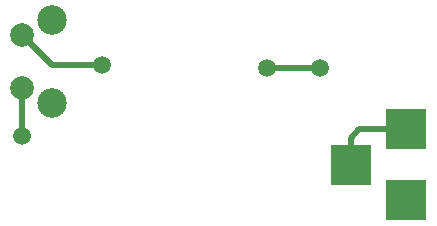
<source format=gbl>
G04 (created by PCBNEW (2013-07-07 BZR 4022)-stable) date 7.12.2014. 23:29:36*
%MOIN*%
G04 Gerber Fmt 3.4, Leading zero omitted, Abs format*
%FSLAX34Y34*%
G01*
G70*
G90*
G04 APERTURE LIST*
%ADD10C,0.00590551*%
%ADD11R,0.1378X0.1378*%
%ADD12C,0.0984252*%
%ADD13C,0.0787402*%
%ADD14C,0.0590551*%
%ADD15C,0.02*%
G04 APERTURE END LIST*
G54D10*
G54D11*
X23425Y-12677D03*
X23425Y-10315D03*
X21575Y-11496D03*
G54D12*
X11614Y-6692D03*
X11614Y-9448D03*
G54D13*
X10629Y-7185D03*
X10629Y-8956D03*
G54D14*
X10629Y-10531D03*
X13287Y-8169D03*
X18799Y-8267D03*
X20570Y-8267D03*
G54D15*
X21575Y-11496D02*
X21575Y-10609D01*
X21869Y-10315D02*
X23425Y-10315D01*
X21575Y-10609D02*
X21869Y-10315D01*
X10629Y-8956D02*
X10629Y-10531D01*
X10629Y-7185D02*
X11614Y-8169D01*
X11614Y-8169D02*
X13287Y-8169D01*
X18799Y-8267D02*
X20570Y-8267D01*
M02*

</source>
